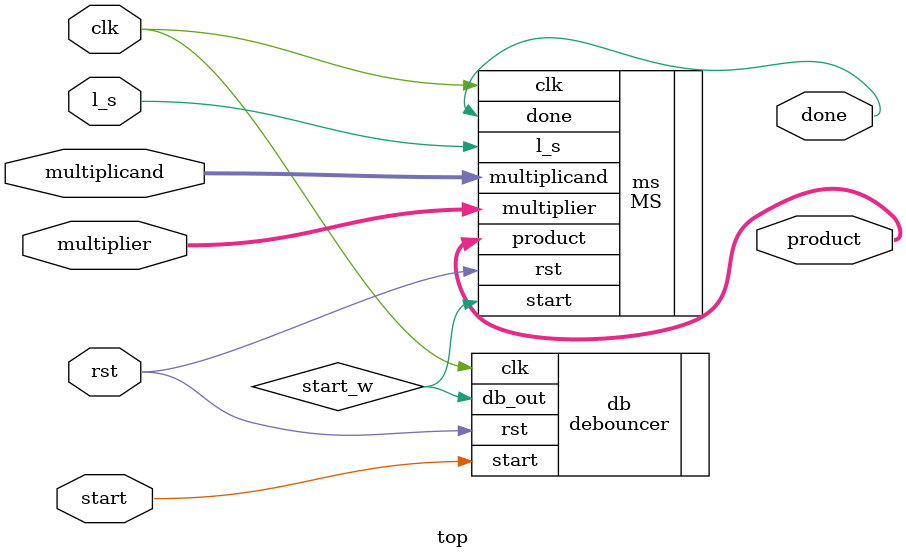
<source format=sv>
module top
#(
	parameter DW_2 = 16,
	parameter DW = 8
)
(
	input clk,
	input rst,
	input start,
	input l_s,
	input [DW-1:0] multiplier,
	input [DW-1:0] multiplicand,
	
	output logic done,
	output logic [DW_2-1:0] product
);

logic start_W;

debouncer db(

	.clk(clk),
	.rst(rst),
	.start(start),
	
	.db_out(start_w)	

);

MS ms(

	.clk(clk),
	.rst(rst),
	.start(start_w),
	.l_s(l_s),
	.multiplier(multiplier),
	.multiplicand(multiplicand),
	
	.done(done),
	.product(product)

);

endmodule

</source>
